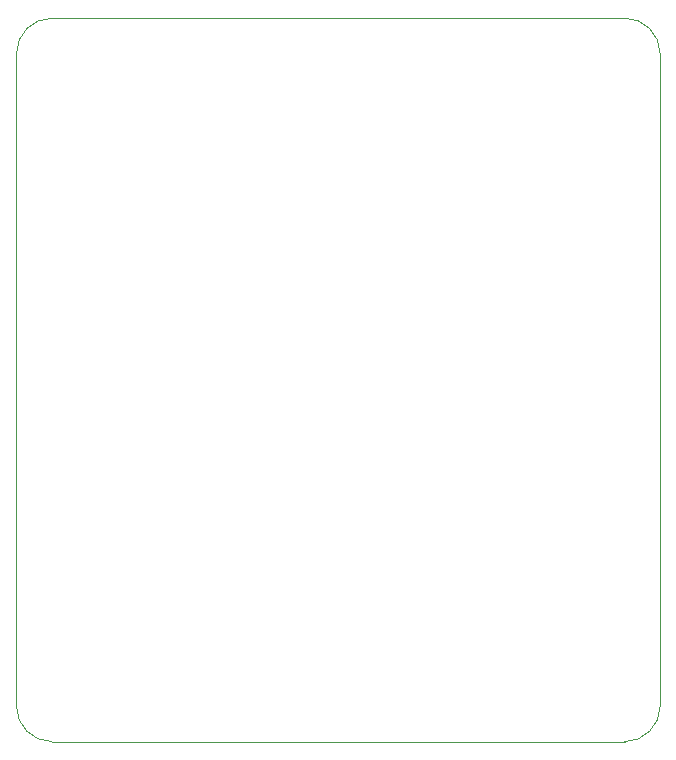
<source format=gbr>
%TF.GenerationSoftware,KiCad,Pcbnew,9.0.7*%
%TF.CreationDate,2026-02-10T21:29:49-05:00*%
%TF.ProjectId,dac,6461632e-6b69-4636-9164-5f7063625858,rev?*%
%TF.SameCoordinates,Original*%
%TF.FileFunction,Profile,NP*%
%FSLAX46Y46*%
G04 Gerber Fmt 4.6, Leading zero omitted, Abs format (unit mm)*
G04 Created by KiCad (PCBNEW 9.0.7) date 2026-02-10 21:29:49*
%MOMM*%
%LPD*%
G01*
G04 APERTURE LIST*
%TA.AperFunction,Profile*%
%ADD10C,0.050000*%
%TD*%
G04 APERTURE END LIST*
D10*
X157000000Y-77750000D02*
X157000000Y-133000000D01*
X154000000Y-136000000D02*
X105500000Y-136000000D01*
X154000000Y-74750000D02*
G75*
G02*
X157000000Y-77750000I0J-3000000D01*
G01*
X157000000Y-133000000D02*
G75*
G02*
X154000000Y-136000000I-3000000J0D01*
G01*
X102500000Y-133000000D02*
X102500000Y-77750000D01*
X105500000Y-136000000D02*
G75*
G02*
X102500000Y-133000000I0J3000000D01*
G01*
X105500000Y-74750000D02*
X154000000Y-74750000D01*
X102500000Y-77750000D02*
G75*
G02*
X105500000Y-74750000I3000000J0D01*
G01*
M02*

</source>
